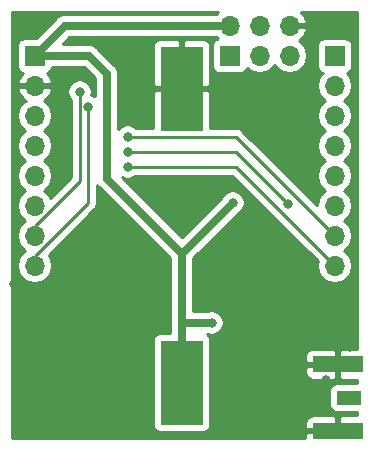
<source format=gbl>
%TF.GenerationSoftware,KiCad,Pcbnew,(5.1.10)-1*%
%TF.CreationDate,2021-12-26T22:15:38+01:00*%
%TF.ProjectId,LORA_ATTINY_v3,4c4f5241-5f41-4545-9449-4e595f76332e,rev?*%
%TF.SameCoordinates,Original*%
%TF.FileFunction,Copper,L2,Bot*%
%TF.FilePolarity,Positive*%
%FSLAX46Y46*%
G04 Gerber Fmt 4.6, Leading zero omitted, Abs format (unit mm)*
G04 Created by KiCad (PCBNEW (5.1.10)-1) date 2021-12-26 22:15:38*
%MOMM*%
%LPD*%
G01*
G04 APERTURE LIST*
%TA.AperFunction,SMDPad,CuDef*%
%ADD10R,4.200000X1.350000*%
%TD*%
%TA.AperFunction,ComponentPad*%
%ADD11R,2.100000X1.200000*%
%TD*%
%TA.AperFunction,SMDPad,CuDef*%
%ADD12R,3.600000X7.100000*%
%TD*%
%TA.AperFunction,ComponentPad*%
%ADD13R,1.700000X1.700000*%
%TD*%
%TA.AperFunction,ComponentPad*%
%ADD14O,1.700000X1.700000*%
%TD*%
%TA.AperFunction,ViaPad*%
%ADD15C,0.800000*%
%TD*%
%TA.AperFunction,Conductor*%
%ADD16C,0.250000*%
%TD*%
%TA.AperFunction,Conductor*%
%ADD17C,0.700000*%
%TD*%
%TA.AperFunction,Conductor*%
%ADD18C,0.254000*%
%TD*%
%TA.AperFunction,Conductor*%
%ADD19C,0.100000*%
%TD*%
G04 APERTURE END LIST*
D10*
%TO.P,ANT1,2*%
%TO.N,GND*%
X84074000Y-77501000D03*
X84074000Y-71851000D03*
D11*
%TO.P,ANT1,1*%
%TO.N,Net-(ANT1-Pad1)*%
X85064600Y-74676000D03*
%TD*%
D12*
%TO.P,BAT1,2*%
%TO.N,GND*%
X70866000Y-48514000D03*
%TO.P,BAT1,1*%
%TO.N,+3V3*%
X70866000Y-73406000D03*
%TD*%
D13*
%TO.P,J1,1*%
%TO.N,+3V3*%
X58420000Y-45720000D03*
D14*
%TO.P,J1,2*%
%TO.N,GND*%
X58420000Y-48260000D03*
%TO.P,J1,3*%
%TO.N,PB0*%
X58420000Y-50800000D03*
%TO.P,J1,4*%
%TO.N,PB1*%
X58420000Y-53340000D03*
%TO.P,J1,5*%
%TO.N,PC0*%
X58420000Y-55880000D03*
%TO.P,J1,6*%
%TO.N,PC1*%
X58420000Y-58420000D03*
%TO.P,J1,7*%
%TO.N,PC2*%
X58420000Y-60960000D03*
%TO.P,J1,8*%
%TO.N,PC3*%
X58420000Y-63500000D03*
%TD*%
%TO.P,J2,8*%
%TO.N,SCK*%
X83820000Y-63500000D03*
%TO.P,J2,7*%
%TO.N,MOSI*%
X83820000Y-60960000D03*
%TO.P,J2,6*%
%TO.N,MISO*%
X83820000Y-58420000D03*
%TO.P,J2,5*%
%TO.N,PA7*%
X83820000Y-55880000D03*
%TO.P,J2,4*%
%TO.N,PB5*%
X83820000Y-53340000D03*
%TO.P,J2,3*%
%TO.N,PB4*%
X83820000Y-50800000D03*
%TO.P,J2,2*%
%TO.N,PB3*%
X83820000Y-48260000D03*
D13*
%TO.P,J2,1*%
%TO.N,PB2*%
X83820000Y-45720000D03*
%TD*%
%TO.P,UPDI,1*%
%TO.N,RST*%
X74930000Y-45720000D03*
D14*
%TO.P,UPDI,2*%
%TO.N,+3V3*%
X74930000Y-43180000D03*
%TO.P,UPDI,3*%
%TO.N,Net-(PRG1-Pad3)*%
X77470000Y-45720000D03*
%TO.P,UPDI,4*%
%TO.N,PB3*%
X77470000Y-43180000D03*
%TO.P,UPDI,5*%
%TO.N,PB2*%
X80010000Y-45720000D03*
%TO.P,UPDI,6*%
%TO.N,GND*%
X80010000Y-43180000D03*
%TD*%
D15*
%TO.N,GND*%
X83058000Y-73152000D03*
X82804000Y-77724000D03*
X85090000Y-70358000D03*
X76454000Y-74168000D03*
X62484000Y-60452000D03*
X56896000Y-42672000D03*
X68072000Y-48514000D03*
X78486000Y-52578000D03*
X56642000Y-65024000D03*
X75184000Y-64008000D03*
X66294000Y-68326000D03*
X65532000Y-45720000D03*
%TO.N,+3V3*%
X75184000Y-58166000D03*
X73406000Y-68326000D03*
%TO.N,PC2*%
X62230000Y-48768000D03*
%TO.N,PC3*%
X62955000Y-50038000D03*
%TO.N,SCK*%
X66294000Y-55118000D03*
%TO.N,MOSI*%
X66294000Y-52578000D03*
%TO.N,MISO*%
X79883000Y-58293000D03*
X66294000Y-53848000D03*
%TD*%
D16*
%TO.N,PB3*%
X77470000Y-42951400D02*
X77851000Y-42570400D01*
%TO.N,+3V3*%
X69342000Y-71882000D02*
X70866000Y-73406000D01*
X70866000Y-73406000D02*
X71787001Y-72484999D01*
D17*
X70866000Y-62484000D02*
X75184000Y-58166000D01*
X73406000Y-68326000D02*
X70866000Y-68326000D01*
X70866000Y-68326000D02*
X70866000Y-62484000D01*
X70866000Y-73406000D02*
X70866000Y-68326000D01*
X62992000Y-45720000D02*
X58420000Y-45720000D01*
X64516000Y-47244000D02*
X62992000Y-45720000D01*
X64516000Y-56134000D02*
X64516000Y-47244000D01*
X70866000Y-62484000D02*
X64516000Y-56134000D01*
X60960000Y-43180000D02*
X58420000Y-45720000D01*
X74930000Y-43180000D02*
X60960000Y-43180000D01*
D16*
%TO.N,PC2*%
X58420000Y-60159002D02*
X58420000Y-60960000D01*
X62230000Y-56349002D02*
X58420000Y-60159002D01*
X62230000Y-48768000D02*
X62230000Y-56349002D01*
%TO.N,PC3*%
X58420000Y-62699002D02*
X58420000Y-63500000D01*
X62955000Y-58164002D02*
X58420000Y-62699002D01*
X62955000Y-50038000D02*
X62955000Y-58164002D01*
%TO.N,SCK*%
X75438000Y-55118000D02*
X83820000Y-63500000D01*
X66294000Y-55118000D02*
X75438000Y-55118000D01*
%TO.N,MOSI*%
X75438000Y-52578000D02*
X83820000Y-60960000D01*
X66294000Y-52578000D02*
X75438000Y-52578000D01*
%TO.N,MISO*%
X75438000Y-53848000D02*
X66294000Y-53848000D01*
X79883000Y-58293000D02*
X75438000Y-53848000D01*
%TD*%
D18*
%TO.N,GND*%
X73814893Y-42195000D02*
X61008377Y-42195000D01*
X60959999Y-42190235D01*
X60911621Y-42195000D01*
X60911620Y-42195000D01*
X60766906Y-42209253D01*
X60581233Y-42265576D01*
X60410116Y-42357040D01*
X60260130Y-42480130D01*
X60229284Y-42517716D01*
X58515072Y-44231928D01*
X57570000Y-44231928D01*
X57445518Y-44244188D01*
X57325820Y-44280498D01*
X57215506Y-44339463D01*
X57118815Y-44418815D01*
X57039463Y-44515506D01*
X56980498Y-44625820D01*
X56944188Y-44745518D01*
X56931928Y-44870000D01*
X56931928Y-46570000D01*
X56944188Y-46694482D01*
X56980498Y-46814180D01*
X57039463Y-46924494D01*
X57118815Y-47021185D01*
X57215506Y-47100537D01*
X57325820Y-47159502D01*
X57406466Y-47183966D01*
X57322412Y-47259731D01*
X57148359Y-47493080D01*
X57023175Y-47755901D01*
X56978524Y-47903110D01*
X57099845Y-48133000D01*
X58293000Y-48133000D01*
X58293000Y-48113000D01*
X58547000Y-48113000D01*
X58547000Y-48133000D01*
X59740155Y-48133000D01*
X59861476Y-47903110D01*
X59816825Y-47755901D01*
X59691641Y-47493080D01*
X59517588Y-47259731D01*
X59433534Y-47183966D01*
X59514180Y-47159502D01*
X59624494Y-47100537D01*
X59721185Y-47021185D01*
X59800537Y-46924494D01*
X59859502Y-46814180D01*
X59892621Y-46705000D01*
X62584000Y-46705000D01*
X63531001Y-47652001D01*
X63531001Y-49178088D01*
X63445256Y-49120795D01*
X63256898Y-49042774D01*
X63231621Y-49037746D01*
X63265000Y-48869939D01*
X63265000Y-48666061D01*
X63225226Y-48466102D01*
X63147205Y-48277744D01*
X63033937Y-48108226D01*
X62889774Y-47964063D01*
X62720256Y-47850795D01*
X62531898Y-47772774D01*
X62331939Y-47733000D01*
X62128061Y-47733000D01*
X61928102Y-47772774D01*
X61739744Y-47850795D01*
X61570226Y-47964063D01*
X61426063Y-48108226D01*
X61312795Y-48277744D01*
X61234774Y-48466102D01*
X61195000Y-48666061D01*
X61195000Y-48869939D01*
X61234774Y-49069898D01*
X61312795Y-49258256D01*
X61426063Y-49427774D01*
X61470000Y-49471711D01*
X61470001Y-56034199D01*
X59751110Y-57753091D01*
X59735990Y-57716589D01*
X59573475Y-57473368D01*
X59366632Y-57266525D01*
X59192240Y-57150000D01*
X59366632Y-57033475D01*
X59573475Y-56826632D01*
X59735990Y-56583411D01*
X59847932Y-56313158D01*
X59905000Y-56026260D01*
X59905000Y-55733740D01*
X59847932Y-55446842D01*
X59735990Y-55176589D01*
X59573475Y-54933368D01*
X59366632Y-54726525D01*
X59192240Y-54610000D01*
X59366632Y-54493475D01*
X59573475Y-54286632D01*
X59735990Y-54043411D01*
X59847932Y-53773158D01*
X59905000Y-53486260D01*
X59905000Y-53193740D01*
X59847932Y-52906842D01*
X59735990Y-52636589D01*
X59573475Y-52393368D01*
X59366632Y-52186525D01*
X59192240Y-52070000D01*
X59366632Y-51953475D01*
X59573475Y-51746632D01*
X59735990Y-51503411D01*
X59847932Y-51233158D01*
X59905000Y-50946260D01*
X59905000Y-50653740D01*
X59847932Y-50366842D01*
X59735990Y-50096589D01*
X59573475Y-49853368D01*
X59366632Y-49646525D01*
X59184466Y-49524805D01*
X59301355Y-49455178D01*
X59517588Y-49260269D01*
X59691641Y-49026920D01*
X59816825Y-48764099D01*
X59861476Y-48616890D01*
X59740155Y-48387000D01*
X58547000Y-48387000D01*
X58547000Y-48407000D01*
X58293000Y-48407000D01*
X58293000Y-48387000D01*
X57099845Y-48387000D01*
X56978524Y-48616890D01*
X57023175Y-48764099D01*
X57148359Y-49026920D01*
X57322412Y-49260269D01*
X57538645Y-49455178D01*
X57655534Y-49524805D01*
X57473368Y-49646525D01*
X57266525Y-49853368D01*
X57104010Y-50096589D01*
X56992068Y-50366842D01*
X56935000Y-50653740D01*
X56935000Y-50946260D01*
X56992068Y-51233158D01*
X57104010Y-51503411D01*
X57266525Y-51746632D01*
X57473368Y-51953475D01*
X57647760Y-52070000D01*
X57473368Y-52186525D01*
X57266525Y-52393368D01*
X57104010Y-52636589D01*
X56992068Y-52906842D01*
X56935000Y-53193740D01*
X56935000Y-53486260D01*
X56992068Y-53773158D01*
X57104010Y-54043411D01*
X57266525Y-54286632D01*
X57473368Y-54493475D01*
X57647760Y-54610000D01*
X57473368Y-54726525D01*
X57266525Y-54933368D01*
X57104010Y-55176589D01*
X56992068Y-55446842D01*
X56935000Y-55733740D01*
X56935000Y-56026260D01*
X56992068Y-56313158D01*
X57104010Y-56583411D01*
X57266525Y-56826632D01*
X57473368Y-57033475D01*
X57647760Y-57150000D01*
X57473368Y-57266525D01*
X57266525Y-57473368D01*
X57104010Y-57716589D01*
X56992068Y-57986842D01*
X56935000Y-58273740D01*
X56935000Y-58566260D01*
X56992068Y-58853158D01*
X57104010Y-59123411D01*
X57266525Y-59366632D01*
X57473368Y-59573475D01*
X57647760Y-59690000D01*
X57473368Y-59806525D01*
X57266525Y-60013368D01*
X57104010Y-60256589D01*
X56992068Y-60526842D01*
X56935000Y-60813740D01*
X56935000Y-61106260D01*
X56992068Y-61393158D01*
X57104010Y-61663411D01*
X57266525Y-61906632D01*
X57473368Y-62113475D01*
X57647760Y-62230000D01*
X57473368Y-62346525D01*
X57266525Y-62553368D01*
X57104010Y-62796589D01*
X56992068Y-63066842D01*
X56935000Y-63353740D01*
X56935000Y-63646260D01*
X56992068Y-63933158D01*
X57104010Y-64203411D01*
X57266525Y-64446632D01*
X57473368Y-64653475D01*
X57716589Y-64815990D01*
X57986842Y-64927932D01*
X58273740Y-64985000D01*
X58566260Y-64985000D01*
X58853158Y-64927932D01*
X59123411Y-64815990D01*
X59366632Y-64653475D01*
X59573475Y-64446632D01*
X59735990Y-64203411D01*
X59847932Y-63933158D01*
X59905000Y-63646260D01*
X59905000Y-63353740D01*
X59847932Y-63066842D01*
X59735990Y-62796589D01*
X59600295Y-62593508D01*
X63466003Y-58727801D01*
X63495001Y-58704003D01*
X63589974Y-58588278D01*
X63660546Y-58456249D01*
X63704003Y-58312988D01*
X63715000Y-58201335D01*
X63718677Y-58164002D01*
X63715000Y-58126669D01*
X63715000Y-56710642D01*
X63816130Y-56833870D01*
X63853716Y-56864716D01*
X69881001Y-62892001D01*
X69881000Y-68277620D01*
X69876235Y-68326000D01*
X69881001Y-68374390D01*
X69881001Y-69217928D01*
X69066000Y-69217928D01*
X68941518Y-69230188D01*
X68821820Y-69266498D01*
X68711506Y-69325463D01*
X68614815Y-69404815D01*
X68535463Y-69501506D01*
X68476498Y-69611820D01*
X68440188Y-69731518D01*
X68427928Y-69856000D01*
X68427928Y-76956000D01*
X68440188Y-77080482D01*
X68476498Y-77200180D01*
X68535463Y-77310494D01*
X68614815Y-77407185D01*
X68711506Y-77486537D01*
X68821820Y-77545502D01*
X68941518Y-77581812D01*
X69066000Y-77594072D01*
X72666000Y-77594072D01*
X72790482Y-77581812D01*
X72910180Y-77545502D01*
X73020494Y-77486537D01*
X73117185Y-77407185D01*
X73196537Y-77310494D01*
X73255502Y-77200180D01*
X73291812Y-77080482D01*
X73304072Y-76956000D01*
X73304072Y-76826000D01*
X81335928Y-76826000D01*
X81339000Y-77215250D01*
X81497750Y-77374000D01*
X83947000Y-77374000D01*
X83947000Y-76349750D01*
X83788250Y-76191000D01*
X81974000Y-76187928D01*
X81849518Y-76200188D01*
X81729820Y-76236498D01*
X81619506Y-76295463D01*
X81522815Y-76374815D01*
X81443463Y-76471506D01*
X81384498Y-76581820D01*
X81348188Y-76701518D01*
X81335928Y-76826000D01*
X73304072Y-76826000D01*
X73304072Y-72526000D01*
X81335928Y-72526000D01*
X81348188Y-72650482D01*
X81384498Y-72770180D01*
X81443463Y-72880494D01*
X81522815Y-72977185D01*
X81619506Y-73056537D01*
X81729820Y-73115502D01*
X81849518Y-73151812D01*
X81974000Y-73164072D01*
X83788250Y-73161000D01*
X83947000Y-73002250D01*
X83947000Y-71978000D01*
X81497750Y-71978000D01*
X81339000Y-72136750D01*
X81335928Y-72526000D01*
X73304072Y-72526000D01*
X73304072Y-71176000D01*
X81335928Y-71176000D01*
X81339000Y-71565250D01*
X81497750Y-71724000D01*
X83947000Y-71724000D01*
X83947000Y-70699750D01*
X83788250Y-70541000D01*
X81974000Y-70537928D01*
X81849518Y-70550188D01*
X81729820Y-70586498D01*
X81619506Y-70645463D01*
X81522815Y-70724815D01*
X81443463Y-70821506D01*
X81384498Y-70931820D01*
X81348188Y-71051518D01*
X81335928Y-71176000D01*
X73304072Y-71176000D01*
X73304072Y-69856000D01*
X73291812Y-69731518D01*
X73255502Y-69611820D01*
X73196537Y-69501506D01*
X73117185Y-69404815D01*
X73020494Y-69325463D01*
X72993436Y-69311000D01*
X73079414Y-69311000D01*
X73104102Y-69321226D01*
X73304061Y-69361000D01*
X73507939Y-69361000D01*
X73707898Y-69321226D01*
X73896256Y-69243205D01*
X74065774Y-69129937D01*
X74209937Y-68985774D01*
X74323205Y-68816256D01*
X74401226Y-68627898D01*
X74441000Y-68427939D01*
X74441000Y-68224061D01*
X74401226Y-68024102D01*
X74323205Y-67835744D01*
X74209937Y-67666226D01*
X74065774Y-67522063D01*
X73896256Y-67408795D01*
X73707898Y-67330774D01*
X73507939Y-67291000D01*
X73304061Y-67291000D01*
X73104102Y-67330774D01*
X73079414Y-67341000D01*
X71851000Y-67341000D01*
X71851000Y-62892000D01*
X75649569Y-59093431D01*
X75674256Y-59083205D01*
X75843774Y-58969937D01*
X75987937Y-58825774D01*
X76101205Y-58656256D01*
X76179226Y-58467898D01*
X76219000Y-58267939D01*
X76219000Y-58064061D01*
X76179226Y-57864102D01*
X76101205Y-57675744D01*
X75987937Y-57506226D01*
X75843774Y-57362063D01*
X75674256Y-57248795D01*
X75485898Y-57170774D01*
X75285939Y-57131000D01*
X75082061Y-57131000D01*
X74882102Y-57170774D01*
X74693744Y-57248795D01*
X74524226Y-57362063D01*
X74380063Y-57506226D01*
X74266795Y-57675744D01*
X74256569Y-57700431D01*
X70866000Y-61091000D01*
X65814774Y-56039774D01*
X65992102Y-56113226D01*
X66192061Y-56153000D01*
X66395939Y-56153000D01*
X66595898Y-56113226D01*
X66784256Y-56035205D01*
X66953774Y-55921937D01*
X66997711Y-55878000D01*
X75123199Y-55878000D01*
X82378790Y-63133592D01*
X82335000Y-63353740D01*
X82335000Y-63646260D01*
X82392068Y-63933158D01*
X82504010Y-64203411D01*
X82666525Y-64446632D01*
X82873368Y-64653475D01*
X83116589Y-64815990D01*
X83386842Y-64927932D01*
X83673740Y-64985000D01*
X83966260Y-64985000D01*
X84253158Y-64927932D01*
X84523411Y-64815990D01*
X84766632Y-64653475D01*
X84973475Y-64446632D01*
X85135990Y-64203411D01*
X85247932Y-63933158D01*
X85305000Y-63646260D01*
X85305000Y-63353740D01*
X85247932Y-63066842D01*
X85135990Y-62796589D01*
X84973475Y-62553368D01*
X84766632Y-62346525D01*
X84592240Y-62230000D01*
X84766632Y-62113475D01*
X84973475Y-61906632D01*
X85135990Y-61663411D01*
X85247932Y-61393158D01*
X85305000Y-61106260D01*
X85305000Y-60813740D01*
X85247932Y-60526842D01*
X85135990Y-60256589D01*
X84973475Y-60013368D01*
X84766632Y-59806525D01*
X84592240Y-59690000D01*
X84766632Y-59573475D01*
X84973475Y-59366632D01*
X85135990Y-59123411D01*
X85247932Y-58853158D01*
X85305000Y-58566260D01*
X85305000Y-58273740D01*
X85247932Y-57986842D01*
X85135990Y-57716589D01*
X84973475Y-57473368D01*
X84766632Y-57266525D01*
X84592240Y-57150000D01*
X84766632Y-57033475D01*
X84973475Y-56826632D01*
X85135990Y-56583411D01*
X85247932Y-56313158D01*
X85305000Y-56026260D01*
X85305000Y-55733740D01*
X85247932Y-55446842D01*
X85135990Y-55176589D01*
X84973475Y-54933368D01*
X84766632Y-54726525D01*
X84592240Y-54610000D01*
X84766632Y-54493475D01*
X84973475Y-54286632D01*
X85135990Y-54043411D01*
X85247932Y-53773158D01*
X85305000Y-53486260D01*
X85305000Y-53193740D01*
X85247932Y-52906842D01*
X85135990Y-52636589D01*
X84973475Y-52393368D01*
X84766632Y-52186525D01*
X84592240Y-52070000D01*
X84766632Y-51953475D01*
X84973475Y-51746632D01*
X85135990Y-51503411D01*
X85247932Y-51233158D01*
X85305000Y-50946260D01*
X85305000Y-50653740D01*
X85247932Y-50366842D01*
X85135990Y-50096589D01*
X84973475Y-49853368D01*
X84766632Y-49646525D01*
X84592240Y-49530000D01*
X84766632Y-49413475D01*
X84973475Y-49206632D01*
X85135990Y-48963411D01*
X85247932Y-48693158D01*
X85305000Y-48406260D01*
X85305000Y-48113740D01*
X85247932Y-47826842D01*
X85135990Y-47556589D01*
X84973475Y-47313368D01*
X84841620Y-47181513D01*
X84914180Y-47159502D01*
X85024494Y-47100537D01*
X85121185Y-47021185D01*
X85200537Y-46924494D01*
X85259502Y-46814180D01*
X85295812Y-46694482D01*
X85308072Y-46570000D01*
X85308072Y-44870000D01*
X85295812Y-44745518D01*
X85259502Y-44625820D01*
X85200537Y-44515506D01*
X85121185Y-44418815D01*
X85024494Y-44339463D01*
X84914180Y-44280498D01*
X84794482Y-44244188D01*
X84670000Y-44231928D01*
X82970000Y-44231928D01*
X82845518Y-44244188D01*
X82725820Y-44280498D01*
X82615506Y-44339463D01*
X82518815Y-44418815D01*
X82439463Y-44515506D01*
X82380498Y-44625820D01*
X82344188Y-44745518D01*
X82331928Y-44870000D01*
X82331928Y-46570000D01*
X82344188Y-46694482D01*
X82380498Y-46814180D01*
X82439463Y-46924494D01*
X82518815Y-47021185D01*
X82615506Y-47100537D01*
X82725820Y-47159502D01*
X82798380Y-47181513D01*
X82666525Y-47313368D01*
X82504010Y-47556589D01*
X82392068Y-47826842D01*
X82335000Y-48113740D01*
X82335000Y-48406260D01*
X82392068Y-48693158D01*
X82504010Y-48963411D01*
X82666525Y-49206632D01*
X82873368Y-49413475D01*
X83047760Y-49530000D01*
X82873368Y-49646525D01*
X82666525Y-49853368D01*
X82504010Y-50096589D01*
X82392068Y-50366842D01*
X82335000Y-50653740D01*
X82335000Y-50946260D01*
X82392068Y-51233158D01*
X82504010Y-51503411D01*
X82666525Y-51746632D01*
X82873368Y-51953475D01*
X83047760Y-52070000D01*
X82873368Y-52186525D01*
X82666525Y-52393368D01*
X82504010Y-52636589D01*
X82392068Y-52906842D01*
X82335000Y-53193740D01*
X82335000Y-53486260D01*
X82392068Y-53773158D01*
X82504010Y-54043411D01*
X82666525Y-54286632D01*
X82873368Y-54493475D01*
X83047760Y-54610000D01*
X82873368Y-54726525D01*
X82666525Y-54933368D01*
X82504010Y-55176589D01*
X82392068Y-55446842D01*
X82335000Y-55733740D01*
X82335000Y-56026260D01*
X82392068Y-56313158D01*
X82504010Y-56583411D01*
X82666525Y-56826632D01*
X82873368Y-57033475D01*
X83047760Y-57150000D01*
X82873368Y-57266525D01*
X82666525Y-57473368D01*
X82504010Y-57716589D01*
X82392068Y-57986842D01*
X82335000Y-58273740D01*
X82335000Y-58400198D01*
X76001804Y-52067003D01*
X75978001Y-52037999D01*
X75862276Y-51943026D01*
X75730247Y-51872454D01*
X75586986Y-51828997D01*
X75475333Y-51818000D01*
X75475322Y-51818000D01*
X75438000Y-51814324D01*
X75400678Y-51818000D01*
X73303840Y-51818000D01*
X73301000Y-48799750D01*
X73142250Y-48641000D01*
X70993000Y-48641000D01*
X70993000Y-48661000D01*
X70739000Y-48661000D01*
X70739000Y-48641000D01*
X68589750Y-48641000D01*
X68431000Y-48799750D01*
X68428160Y-51818000D01*
X66997711Y-51818000D01*
X66953774Y-51774063D01*
X66784256Y-51660795D01*
X66595898Y-51582774D01*
X66395939Y-51543000D01*
X66192061Y-51543000D01*
X65992102Y-51582774D01*
X65803744Y-51660795D01*
X65634226Y-51774063D01*
X65501000Y-51907289D01*
X65501000Y-47292377D01*
X65505765Y-47243999D01*
X65501000Y-47195620D01*
X65486747Y-47050906D01*
X65430424Y-46865233D01*
X65338960Y-46694116D01*
X65215870Y-46544130D01*
X65178284Y-46513284D01*
X63722716Y-45057716D01*
X63691870Y-45020130D01*
X63623476Y-44964000D01*
X68427928Y-44964000D01*
X68431000Y-48228250D01*
X68589750Y-48387000D01*
X70739000Y-48387000D01*
X70739000Y-44487750D01*
X70993000Y-44487750D01*
X70993000Y-48387000D01*
X73142250Y-48387000D01*
X73301000Y-48228250D01*
X73304072Y-44964000D01*
X73291812Y-44839518D01*
X73255502Y-44719820D01*
X73196537Y-44609506D01*
X73117185Y-44512815D01*
X73020494Y-44433463D01*
X72910180Y-44374498D01*
X72790482Y-44338188D01*
X72666000Y-44325928D01*
X71151750Y-44329000D01*
X70993000Y-44487750D01*
X70739000Y-44487750D01*
X70580250Y-44329000D01*
X69066000Y-44325928D01*
X68941518Y-44338188D01*
X68821820Y-44374498D01*
X68711506Y-44433463D01*
X68614815Y-44512815D01*
X68535463Y-44609506D01*
X68476498Y-44719820D01*
X68440188Y-44839518D01*
X68427928Y-44964000D01*
X63623476Y-44964000D01*
X63541884Y-44897040D01*
X63370767Y-44805576D01*
X63185094Y-44749253D01*
X63040380Y-44735000D01*
X62992000Y-44730235D01*
X62943620Y-44735000D01*
X60798000Y-44735000D01*
X61368000Y-44165000D01*
X73814893Y-44165000D01*
X73908380Y-44258487D01*
X73835820Y-44280498D01*
X73725506Y-44339463D01*
X73628815Y-44418815D01*
X73549463Y-44515506D01*
X73490498Y-44625820D01*
X73454188Y-44745518D01*
X73441928Y-44870000D01*
X73441928Y-46570000D01*
X73454188Y-46694482D01*
X73490498Y-46814180D01*
X73549463Y-46924494D01*
X73628815Y-47021185D01*
X73725506Y-47100537D01*
X73835820Y-47159502D01*
X73955518Y-47195812D01*
X74080000Y-47208072D01*
X75780000Y-47208072D01*
X75904482Y-47195812D01*
X76024180Y-47159502D01*
X76134494Y-47100537D01*
X76231185Y-47021185D01*
X76310537Y-46924494D01*
X76369502Y-46814180D01*
X76391513Y-46741620D01*
X76523368Y-46873475D01*
X76766589Y-47035990D01*
X77036842Y-47147932D01*
X77323740Y-47205000D01*
X77616260Y-47205000D01*
X77903158Y-47147932D01*
X78173411Y-47035990D01*
X78416632Y-46873475D01*
X78623475Y-46666632D01*
X78740000Y-46492240D01*
X78856525Y-46666632D01*
X79063368Y-46873475D01*
X79306589Y-47035990D01*
X79576842Y-47147932D01*
X79863740Y-47205000D01*
X80156260Y-47205000D01*
X80443158Y-47147932D01*
X80713411Y-47035990D01*
X80956632Y-46873475D01*
X81163475Y-46666632D01*
X81325990Y-46423411D01*
X81437932Y-46153158D01*
X81495000Y-45866260D01*
X81495000Y-45573740D01*
X81437932Y-45286842D01*
X81325990Y-45016589D01*
X81163475Y-44773368D01*
X80956632Y-44566525D01*
X80780594Y-44448900D01*
X81010269Y-44277588D01*
X81205178Y-44061355D01*
X81354157Y-43811252D01*
X81451481Y-43536891D01*
X81330814Y-43307000D01*
X80137000Y-43307000D01*
X80137000Y-43327000D01*
X79883000Y-43327000D01*
X79883000Y-43307000D01*
X79863000Y-43307000D01*
X79863000Y-43053000D01*
X79883000Y-43053000D01*
X79883000Y-43033000D01*
X80137000Y-43033000D01*
X80137000Y-43053000D01*
X81330814Y-43053000D01*
X81451481Y-42823109D01*
X81354157Y-42548748D01*
X81205178Y-42298645D01*
X81010269Y-42082412D01*
X80982903Y-42062000D01*
X85700001Y-42062000D01*
X85700000Y-43655581D01*
X85700000Y-43655582D01*
X85700001Y-70538731D01*
X84359750Y-70541000D01*
X84201000Y-70699750D01*
X84201000Y-71724000D01*
X84221000Y-71724000D01*
X84221000Y-71978000D01*
X84201000Y-71978000D01*
X84201000Y-73002250D01*
X84359750Y-73161000D01*
X85700001Y-73163269D01*
X85700001Y-73437928D01*
X84014600Y-73437928D01*
X83890118Y-73450188D01*
X83770420Y-73486498D01*
X83660106Y-73545463D01*
X83563415Y-73624815D01*
X83484063Y-73721506D01*
X83425098Y-73831820D01*
X83388788Y-73951518D01*
X83376528Y-74076000D01*
X83376528Y-75276000D01*
X83388788Y-75400482D01*
X83425098Y-75520180D01*
X83484063Y-75630494D01*
X83563415Y-75727185D01*
X83660106Y-75806537D01*
X83770420Y-75865502D01*
X83890118Y-75901812D01*
X84014600Y-75914072D01*
X85700001Y-75914072D01*
X85700001Y-76188731D01*
X84359750Y-76191000D01*
X84201000Y-76349750D01*
X84201000Y-77374000D01*
X84221000Y-77374000D01*
X84221000Y-77628000D01*
X84201000Y-77628000D01*
X84201000Y-77648000D01*
X83947000Y-77648000D01*
X83947000Y-77628000D01*
X81497750Y-77628000D01*
X81339000Y-77786750D01*
X81336686Y-78080000D01*
X56540000Y-78080000D01*
X56540000Y-42062000D01*
X73947893Y-42062000D01*
X73814893Y-42195000D01*
%TA.AperFunction,Conductor*%
D19*
G36*
X73814893Y-42195000D02*
G01*
X61008377Y-42195000D01*
X60959999Y-42190235D01*
X60911621Y-42195000D01*
X60911620Y-42195000D01*
X60766906Y-42209253D01*
X60581233Y-42265576D01*
X60410116Y-42357040D01*
X60260130Y-42480130D01*
X60229284Y-42517716D01*
X58515072Y-44231928D01*
X57570000Y-44231928D01*
X57445518Y-44244188D01*
X57325820Y-44280498D01*
X57215506Y-44339463D01*
X57118815Y-44418815D01*
X57039463Y-44515506D01*
X56980498Y-44625820D01*
X56944188Y-44745518D01*
X56931928Y-44870000D01*
X56931928Y-46570000D01*
X56944188Y-46694482D01*
X56980498Y-46814180D01*
X57039463Y-46924494D01*
X57118815Y-47021185D01*
X57215506Y-47100537D01*
X57325820Y-47159502D01*
X57406466Y-47183966D01*
X57322412Y-47259731D01*
X57148359Y-47493080D01*
X57023175Y-47755901D01*
X56978524Y-47903110D01*
X57099845Y-48133000D01*
X58293000Y-48133000D01*
X58293000Y-48113000D01*
X58547000Y-48113000D01*
X58547000Y-48133000D01*
X59740155Y-48133000D01*
X59861476Y-47903110D01*
X59816825Y-47755901D01*
X59691641Y-47493080D01*
X59517588Y-47259731D01*
X59433534Y-47183966D01*
X59514180Y-47159502D01*
X59624494Y-47100537D01*
X59721185Y-47021185D01*
X59800537Y-46924494D01*
X59859502Y-46814180D01*
X59892621Y-46705000D01*
X62584000Y-46705000D01*
X63531001Y-47652001D01*
X63531001Y-49178088D01*
X63445256Y-49120795D01*
X63256898Y-49042774D01*
X63231621Y-49037746D01*
X63265000Y-48869939D01*
X63265000Y-48666061D01*
X63225226Y-48466102D01*
X63147205Y-48277744D01*
X63033937Y-48108226D01*
X62889774Y-47964063D01*
X62720256Y-47850795D01*
X62531898Y-47772774D01*
X62331939Y-47733000D01*
X62128061Y-47733000D01*
X61928102Y-47772774D01*
X61739744Y-47850795D01*
X61570226Y-47964063D01*
X61426063Y-48108226D01*
X61312795Y-48277744D01*
X61234774Y-48466102D01*
X61195000Y-48666061D01*
X61195000Y-48869939D01*
X61234774Y-49069898D01*
X61312795Y-49258256D01*
X61426063Y-49427774D01*
X61470000Y-49471711D01*
X61470001Y-56034199D01*
X59751110Y-57753091D01*
X59735990Y-57716589D01*
X59573475Y-57473368D01*
X59366632Y-57266525D01*
X59192240Y-57150000D01*
X59366632Y-57033475D01*
X59573475Y-56826632D01*
X59735990Y-56583411D01*
X59847932Y-56313158D01*
X59905000Y-56026260D01*
X59905000Y-55733740D01*
X59847932Y-55446842D01*
X59735990Y-55176589D01*
X59573475Y-54933368D01*
X59366632Y-54726525D01*
X59192240Y-54610000D01*
X59366632Y-54493475D01*
X59573475Y-54286632D01*
X59735990Y-54043411D01*
X59847932Y-53773158D01*
X59905000Y-53486260D01*
X59905000Y-53193740D01*
X59847932Y-52906842D01*
X59735990Y-52636589D01*
X59573475Y-52393368D01*
X59366632Y-52186525D01*
X59192240Y-52070000D01*
X59366632Y-51953475D01*
X59573475Y-51746632D01*
X59735990Y-51503411D01*
X59847932Y-51233158D01*
X59905000Y-50946260D01*
X59905000Y-50653740D01*
X59847932Y-50366842D01*
X59735990Y-50096589D01*
X59573475Y-49853368D01*
X59366632Y-49646525D01*
X59184466Y-49524805D01*
X59301355Y-49455178D01*
X59517588Y-49260269D01*
X59691641Y-49026920D01*
X59816825Y-48764099D01*
X59861476Y-48616890D01*
X59740155Y-48387000D01*
X58547000Y-48387000D01*
X58547000Y-48407000D01*
X58293000Y-48407000D01*
X58293000Y-48387000D01*
X57099845Y-48387000D01*
X56978524Y-48616890D01*
X57023175Y-48764099D01*
X57148359Y-49026920D01*
X57322412Y-49260269D01*
X57538645Y-49455178D01*
X57655534Y-49524805D01*
X57473368Y-49646525D01*
X57266525Y-49853368D01*
X57104010Y-50096589D01*
X56992068Y-50366842D01*
X56935000Y-50653740D01*
X56935000Y-50946260D01*
X56992068Y-51233158D01*
X57104010Y-51503411D01*
X57266525Y-51746632D01*
X57473368Y-51953475D01*
X57647760Y-52070000D01*
X57473368Y-52186525D01*
X57266525Y-52393368D01*
X57104010Y-52636589D01*
X56992068Y-52906842D01*
X56935000Y-53193740D01*
X56935000Y-53486260D01*
X56992068Y-53773158D01*
X57104010Y-54043411D01*
X57266525Y-54286632D01*
X57473368Y-54493475D01*
X57647760Y-54610000D01*
X57473368Y-54726525D01*
X57266525Y-54933368D01*
X57104010Y-55176589D01*
X56992068Y-55446842D01*
X56935000Y-55733740D01*
X56935000Y-56026260D01*
X56992068Y-56313158D01*
X57104010Y-56583411D01*
X57266525Y-56826632D01*
X57473368Y-57033475D01*
X57647760Y-57150000D01*
X57473368Y-57266525D01*
X57266525Y-57473368D01*
X57104010Y-57716589D01*
X56992068Y-57986842D01*
X56935000Y-58273740D01*
X56935000Y-58566260D01*
X56992068Y-58853158D01*
X57104010Y-59123411D01*
X57266525Y-59366632D01*
X57473368Y-59573475D01*
X57647760Y-59690000D01*
X57473368Y-59806525D01*
X57266525Y-60013368D01*
X57104010Y-60256589D01*
X56992068Y-60526842D01*
X56935000Y-60813740D01*
X56935000Y-61106260D01*
X56992068Y-61393158D01*
X57104010Y-61663411D01*
X57266525Y-61906632D01*
X57473368Y-62113475D01*
X57647760Y-62230000D01*
X57473368Y-62346525D01*
X57266525Y-62553368D01*
X57104010Y-62796589D01*
X56992068Y-63066842D01*
X56935000Y-63353740D01*
X56935000Y-63646260D01*
X56992068Y-63933158D01*
X57104010Y-64203411D01*
X57266525Y-64446632D01*
X57473368Y-64653475D01*
X57716589Y-64815990D01*
X57986842Y-64927932D01*
X58273740Y-64985000D01*
X58566260Y-64985000D01*
X58853158Y-64927932D01*
X59123411Y-64815990D01*
X59366632Y-64653475D01*
X59573475Y-64446632D01*
X59735990Y-64203411D01*
X59847932Y-63933158D01*
X59905000Y-63646260D01*
X59905000Y-63353740D01*
X59847932Y-63066842D01*
X59735990Y-62796589D01*
X59600295Y-62593508D01*
X63466003Y-58727801D01*
X63495001Y-58704003D01*
X63589974Y-58588278D01*
X63660546Y-58456249D01*
X63704003Y-58312988D01*
X63715000Y-58201335D01*
X63718677Y-58164002D01*
X63715000Y-58126669D01*
X63715000Y-56710642D01*
X63816130Y-56833870D01*
X63853716Y-56864716D01*
X69881001Y-62892001D01*
X69881000Y-68277620D01*
X69876235Y-68326000D01*
X69881001Y-68374390D01*
X69881001Y-69217928D01*
X69066000Y-69217928D01*
X68941518Y-69230188D01*
X68821820Y-69266498D01*
X68711506Y-69325463D01*
X68614815Y-69404815D01*
X68535463Y-69501506D01*
X68476498Y-69611820D01*
X68440188Y-69731518D01*
X68427928Y-69856000D01*
X68427928Y-76956000D01*
X68440188Y-77080482D01*
X68476498Y-77200180D01*
X68535463Y-77310494D01*
X68614815Y-77407185D01*
X68711506Y-77486537D01*
X68821820Y-77545502D01*
X68941518Y-77581812D01*
X69066000Y-77594072D01*
X72666000Y-77594072D01*
X72790482Y-77581812D01*
X72910180Y-77545502D01*
X73020494Y-77486537D01*
X73117185Y-77407185D01*
X73196537Y-77310494D01*
X73255502Y-77200180D01*
X73291812Y-77080482D01*
X73304072Y-76956000D01*
X73304072Y-76826000D01*
X81335928Y-76826000D01*
X81339000Y-77215250D01*
X81497750Y-77374000D01*
X83947000Y-77374000D01*
X83947000Y-76349750D01*
X83788250Y-76191000D01*
X81974000Y-76187928D01*
X81849518Y-76200188D01*
X81729820Y-76236498D01*
X81619506Y-76295463D01*
X81522815Y-76374815D01*
X81443463Y-76471506D01*
X81384498Y-76581820D01*
X81348188Y-76701518D01*
X81335928Y-76826000D01*
X73304072Y-76826000D01*
X73304072Y-72526000D01*
X81335928Y-72526000D01*
X81348188Y-72650482D01*
X81384498Y-72770180D01*
X81443463Y-72880494D01*
X81522815Y-72977185D01*
X81619506Y-73056537D01*
X81729820Y-73115502D01*
X81849518Y-73151812D01*
X81974000Y-73164072D01*
X83788250Y-73161000D01*
X83947000Y-73002250D01*
X83947000Y-71978000D01*
X81497750Y-71978000D01*
X81339000Y-72136750D01*
X81335928Y-72526000D01*
X73304072Y-72526000D01*
X73304072Y-71176000D01*
X81335928Y-71176000D01*
X81339000Y-71565250D01*
X81497750Y-71724000D01*
X83947000Y-71724000D01*
X83947000Y-70699750D01*
X83788250Y-70541000D01*
X81974000Y-70537928D01*
X81849518Y-70550188D01*
X81729820Y-70586498D01*
X81619506Y-70645463D01*
X81522815Y-70724815D01*
X81443463Y-70821506D01*
X81384498Y-70931820D01*
X81348188Y-71051518D01*
X81335928Y-71176000D01*
X73304072Y-71176000D01*
X73304072Y-69856000D01*
X73291812Y-69731518D01*
X73255502Y-69611820D01*
X73196537Y-69501506D01*
X73117185Y-69404815D01*
X73020494Y-69325463D01*
X72993436Y-69311000D01*
X73079414Y-69311000D01*
X73104102Y-69321226D01*
X73304061Y-69361000D01*
X73507939Y-69361000D01*
X73707898Y-69321226D01*
X73896256Y-69243205D01*
X74065774Y-69129937D01*
X74209937Y-68985774D01*
X74323205Y-68816256D01*
X74401226Y-68627898D01*
X74441000Y-68427939D01*
X74441000Y-68224061D01*
X74401226Y-68024102D01*
X74323205Y-67835744D01*
X74209937Y-67666226D01*
X74065774Y-67522063D01*
X73896256Y-67408795D01*
X73707898Y-67330774D01*
X73507939Y-67291000D01*
X73304061Y-67291000D01*
X73104102Y-67330774D01*
X73079414Y-67341000D01*
X71851000Y-67341000D01*
X71851000Y-62892000D01*
X75649569Y-59093431D01*
X75674256Y-59083205D01*
X75843774Y-58969937D01*
X75987937Y-58825774D01*
X76101205Y-58656256D01*
X76179226Y-58467898D01*
X76219000Y-58267939D01*
X76219000Y-58064061D01*
X76179226Y-57864102D01*
X76101205Y-57675744D01*
X75987937Y-57506226D01*
X75843774Y-57362063D01*
X75674256Y-57248795D01*
X75485898Y-57170774D01*
X75285939Y-57131000D01*
X75082061Y-57131000D01*
X74882102Y-57170774D01*
X74693744Y-57248795D01*
X74524226Y-57362063D01*
X74380063Y-57506226D01*
X74266795Y-57675744D01*
X74256569Y-57700431D01*
X70866000Y-61091000D01*
X65814774Y-56039774D01*
X65992102Y-56113226D01*
X66192061Y-56153000D01*
X66395939Y-56153000D01*
X66595898Y-56113226D01*
X66784256Y-56035205D01*
X66953774Y-55921937D01*
X66997711Y-55878000D01*
X75123199Y-55878000D01*
X82378790Y-63133592D01*
X82335000Y-63353740D01*
X82335000Y-63646260D01*
X82392068Y-63933158D01*
X82504010Y-64203411D01*
X82666525Y-64446632D01*
X82873368Y-64653475D01*
X83116589Y-64815990D01*
X83386842Y-64927932D01*
X83673740Y-64985000D01*
X83966260Y-64985000D01*
X84253158Y-64927932D01*
X84523411Y-64815990D01*
X84766632Y-64653475D01*
X84973475Y-64446632D01*
X85135990Y-64203411D01*
X85247932Y-63933158D01*
X85305000Y-63646260D01*
X85305000Y-63353740D01*
X85247932Y-63066842D01*
X85135990Y-62796589D01*
X84973475Y-62553368D01*
X84766632Y-62346525D01*
X84592240Y-62230000D01*
X84766632Y-62113475D01*
X84973475Y-61906632D01*
X85135990Y-61663411D01*
X85247932Y-61393158D01*
X85305000Y-61106260D01*
X85305000Y-60813740D01*
X85247932Y-60526842D01*
X85135990Y-60256589D01*
X84973475Y-60013368D01*
X84766632Y-59806525D01*
X84592240Y-59690000D01*
X84766632Y-59573475D01*
X84973475Y-59366632D01*
X85135990Y-59123411D01*
X85247932Y-58853158D01*
X85305000Y-58566260D01*
X85305000Y-58273740D01*
X85247932Y-57986842D01*
X85135990Y-57716589D01*
X84973475Y-57473368D01*
X84766632Y-57266525D01*
X84592240Y-57150000D01*
X84766632Y-57033475D01*
X84973475Y-56826632D01*
X85135990Y-56583411D01*
X85247932Y-56313158D01*
X85305000Y-56026260D01*
X85305000Y-55733740D01*
X85247932Y-55446842D01*
X85135990Y-55176589D01*
X84973475Y-54933368D01*
X84766632Y-54726525D01*
X84592240Y-54610000D01*
X84766632Y-54493475D01*
X84973475Y-54286632D01*
X85135990Y-54043411D01*
X85247932Y-53773158D01*
X85305000Y-53486260D01*
X85305000Y-53193740D01*
X85247932Y-52906842D01*
X85135990Y-52636589D01*
X84973475Y-52393368D01*
X84766632Y-52186525D01*
X84592240Y-52070000D01*
X84766632Y-51953475D01*
X84973475Y-51746632D01*
X85135990Y-51503411D01*
X85247932Y-51233158D01*
X85305000Y-50946260D01*
X85305000Y-50653740D01*
X85247932Y-50366842D01*
X85135990Y-50096589D01*
X84973475Y-49853368D01*
X84766632Y-49646525D01*
X84592240Y-49530000D01*
X84766632Y-49413475D01*
X84973475Y-49206632D01*
X85135990Y-48963411D01*
X85247932Y-48693158D01*
X85305000Y-48406260D01*
X85305000Y-48113740D01*
X85247932Y-47826842D01*
X85135990Y-47556589D01*
X84973475Y-47313368D01*
X84841620Y-47181513D01*
X84914180Y-47159502D01*
X85024494Y-47100537D01*
X85121185Y-47021185D01*
X85200537Y-46924494D01*
X85259502Y-46814180D01*
X85295812Y-46694482D01*
X85308072Y-46570000D01*
X85308072Y-44870000D01*
X85295812Y-44745518D01*
X85259502Y-44625820D01*
X85200537Y-44515506D01*
X85121185Y-44418815D01*
X85024494Y-44339463D01*
X84914180Y-44280498D01*
X84794482Y-44244188D01*
X84670000Y-44231928D01*
X82970000Y-44231928D01*
X82845518Y-44244188D01*
X82725820Y-44280498D01*
X82615506Y-44339463D01*
X82518815Y-44418815D01*
X82439463Y-44515506D01*
X82380498Y-44625820D01*
X82344188Y-44745518D01*
X82331928Y-44870000D01*
X82331928Y-46570000D01*
X82344188Y-46694482D01*
X82380498Y-46814180D01*
X82439463Y-46924494D01*
X82518815Y-47021185D01*
X82615506Y-47100537D01*
X82725820Y-47159502D01*
X82798380Y-47181513D01*
X82666525Y-47313368D01*
X82504010Y-47556589D01*
X82392068Y-47826842D01*
X82335000Y-48113740D01*
X82335000Y-48406260D01*
X82392068Y-48693158D01*
X82504010Y-48963411D01*
X82666525Y-49206632D01*
X82873368Y-49413475D01*
X83047760Y-49530000D01*
X82873368Y-49646525D01*
X82666525Y-49853368D01*
X82504010Y-50096589D01*
X82392068Y-50366842D01*
X82335000Y-50653740D01*
X82335000Y-50946260D01*
X82392068Y-51233158D01*
X82504010Y-51503411D01*
X82666525Y-51746632D01*
X82873368Y-51953475D01*
X83047760Y-52070000D01*
X82873368Y-52186525D01*
X82666525Y-52393368D01*
X82504010Y-52636589D01*
X82392068Y-52906842D01*
X82335000Y-53193740D01*
X82335000Y-53486260D01*
X82392068Y-53773158D01*
X82504010Y-54043411D01*
X82666525Y-54286632D01*
X82873368Y-54493475D01*
X83047760Y-54610000D01*
X82873368Y-54726525D01*
X82666525Y-54933368D01*
X82504010Y-55176589D01*
X82392068Y-55446842D01*
X82335000Y-55733740D01*
X82335000Y-56026260D01*
X82392068Y-56313158D01*
X82504010Y-56583411D01*
X82666525Y-56826632D01*
X82873368Y-57033475D01*
X83047760Y-57150000D01*
X82873368Y-57266525D01*
X82666525Y-57473368D01*
X82504010Y-57716589D01*
X82392068Y-57986842D01*
X82335000Y-58273740D01*
X82335000Y-58400198D01*
X76001804Y-52067003D01*
X75978001Y-52037999D01*
X75862276Y-51943026D01*
X75730247Y-51872454D01*
X75586986Y-51828997D01*
X75475333Y-51818000D01*
X75475322Y-51818000D01*
X75438000Y-51814324D01*
X75400678Y-51818000D01*
X73303840Y-51818000D01*
X73301000Y-48799750D01*
X73142250Y-48641000D01*
X70993000Y-48641000D01*
X70993000Y-48661000D01*
X70739000Y-48661000D01*
X70739000Y-48641000D01*
X68589750Y-48641000D01*
X68431000Y-48799750D01*
X68428160Y-51818000D01*
X66997711Y-51818000D01*
X66953774Y-51774063D01*
X66784256Y-51660795D01*
X66595898Y-51582774D01*
X66395939Y-51543000D01*
X66192061Y-51543000D01*
X65992102Y-51582774D01*
X65803744Y-51660795D01*
X65634226Y-51774063D01*
X65501000Y-51907289D01*
X65501000Y-47292377D01*
X65505765Y-47243999D01*
X65501000Y-47195620D01*
X65486747Y-47050906D01*
X65430424Y-46865233D01*
X65338960Y-46694116D01*
X65215870Y-46544130D01*
X65178284Y-46513284D01*
X63722716Y-45057716D01*
X63691870Y-45020130D01*
X63623476Y-44964000D01*
X68427928Y-44964000D01*
X68431000Y-48228250D01*
X68589750Y-48387000D01*
X70739000Y-48387000D01*
X70739000Y-44487750D01*
X70993000Y-44487750D01*
X70993000Y-48387000D01*
X73142250Y-48387000D01*
X73301000Y-48228250D01*
X73304072Y-44964000D01*
X73291812Y-44839518D01*
X73255502Y-44719820D01*
X73196537Y-44609506D01*
X73117185Y-44512815D01*
X73020494Y-44433463D01*
X72910180Y-44374498D01*
X72790482Y-44338188D01*
X72666000Y-44325928D01*
X71151750Y-44329000D01*
X70993000Y-44487750D01*
X70739000Y-44487750D01*
X70580250Y-44329000D01*
X69066000Y-44325928D01*
X68941518Y-44338188D01*
X68821820Y-44374498D01*
X68711506Y-44433463D01*
X68614815Y-44512815D01*
X68535463Y-44609506D01*
X68476498Y-44719820D01*
X68440188Y-44839518D01*
X68427928Y-44964000D01*
X63623476Y-44964000D01*
X63541884Y-44897040D01*
X63370767Y-44805576D01*
X63185094Y-44749253D01*
X63040380Y-44735000D01*
X62992000Y-44730235D01*
X62943620Y-44735000D01*
X60798000Y-44735000D01*
X61368000Y-44165000D01*
X73814893Y-44165000D01*
X73908380Y-44258487D01*
X73835820Y-44280498D01*
X73725506Y-44339463D01*
X73628815Y-44418815D01*
X73549463Y-44515506D01*
X73490498Y-44625820D01*
X73454188Y-44745518D01*
X73441928Y-44870000D01*
X73441928Y-46570000D01*
X73454188Y-46694482D01*
X73490498Y-46814180D01*
X73549463Y-46924494D01*
X73628815Y-47021185D01*
X73725506Y-47100537D01*
X73835820Y-47159502D01*
X73955518Y-47195812D01*
X74080000Y-47208072D01*
X75780000Y-47208072D01*
X75904482Y-47195812D01*
X76024180Y-47159502D01*
X76134494Y-47100537D01*
X76231185Y-47021185D01*
X76310537Y-46924494D01*
X76369502Y-46814180D01*
X76391513Y-46741620D01*
X76523368Y-46873475D01*
X76766589Y-47035990D01*
X77036842Y-47147932D01*
X77323740Y-47205000D01*
X77616260Y-47205000D01*
X77903158Y-47147932D01*
X78173411Y-47035990D01*
X78416632Y-46873475D01*
X78623475Y-46666632D01*
X78740000Y-46492240D01*
X78856525Y-46666632D01*
X79063368Y-46873475D01*
X79306589Y-47035990D01*
X79576842Y-47147932D01*
X79863740Y-47205000D01*
X80156260Y-47205000D01*
X80443158Y-47147932D01*
X80713411Y-47035990D01*
X80956632Y-46873475D01*
X81163475Y-46666632D01*
X81325990Y-46423411D01*
X81437932Y-46153158D01*
X81495000Y-45866260D01*
X81495000Y-45573740D01*
X81437932Y-45286842D01*
X81325990Y-45016589D01*
X81163475Y-44773368D01*
X80956632Y-44566525D01*
X80780594Y-44448900D01*
X81010269Y-44277588D01*
X81205178Y-44061355D01*
X81354157Y-43811252D01*
X81451481Y-43536891D01*
X81330814Y-43307000D01*
X80137000Y-43307000D01*
X80137000Y-43327000D01*
X79883000Y-43327000D01*
X79883000Y-43307000D01*
X79863000Y-43307000D01*
X79863000Y-43053000D01*
X79883000Y-43053000D01*
X79883000Y-43033000D01*
X80137000Y-43033000D01*
X80137000Y-43053000D01*
X81330814Y-43053000D01*
X81451481Y-42823109D01*
X81354157Y-42548748D01*
X81205178Y-42298645D01*
X81010269Y-42082412D01*
X80982903Y-42062000D01*
X85700001Y-42062000D01*
X85700000Y-43655581D01*
X85700000Y-43655582D01*
X85700001Y-70538731D01*
X84359750Y-70541000D01*
X84201000Y-70699750D01*
X84201000Y-71724000D01*
X84221000Y-71724000D01*
X84221000Y-71978000D01*
X84201000Y-71978000D01*
X84201000Y-73002250D01*
X84359750Y-73161000D01*
X85700001Y-73163269D01*
X85700001Y-73437928D01*
X84014600Y-73437928D01*
X83890118Y-73450188D01*
X83770420Y-73486498D01*
X83660106Y-73545463D01*
X83563415Y-73624815D01*
X83484063Y-73721506D01*
X83425098Y-73831820D01*
X83388788Y-73951518D01*
X83376528Y-74076000D01*
X83376528Y-75276000D01*
X83388788Y-75400482D01*
X83425098Y-75520180D01*
X83484063Y-75630494D01*
X83563415Y-75727185D01*
X83660106Y-75806537D01*
X83770420Y-75865502D01*
X83890118Y-75901812D01*
X84014600Y-75914072D01*
X85700001Y-75914072D01*
X85700001Y-76188731D01*
X84359750Y-76191000D01*
X84201000Y-76349750D01*
X84201000Y-77374000D01*
X84221000Y-77374000D01*
X84221000Y-77628000D01*
X84201000Y-77628000D01*
X84201000Y-77648000D01*
X83947000Y-77648000D01*
X83947000Y-77628000D01*
X81497750Y-77628000D01*
X81339000Y-77786750D01*
X81336686Y-78080000D01*
X56540000Y-78080000D01*
X56540000Y-42062000D01*
X73947893Y-42062000D01*
X73814893Y-42195000D01*
G37*
%TD.AperFunction*%
%TD*%
M02*

</source>
